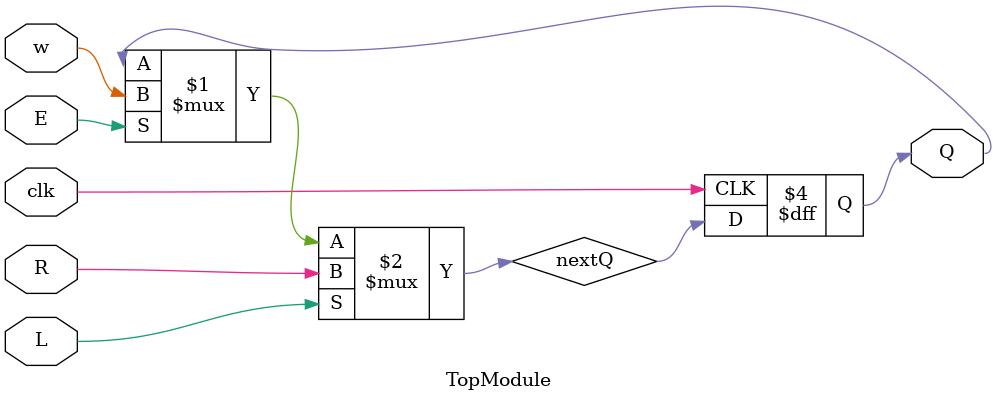
<source format=sv>


`timescale 1ns / 1ps

module TopModule (
    input  wire clk,   // clock
    input  wire w,     // serial input from previous stage
    input  wire R,     // data to load
    input  wire E,     // shift enable
    input  wire L,     // load enable
    output reg  Q      // stored value
);

    // ------------------------------------------------------------------
    //  Next‑state combinational logic (multiplexers)
    // ------------------------------------------------------------------
    //  nextQ = L ? R : (E ? w : Q)
    //  The priority order is:  L > E > hold
    wire nextQ;
    assign nextQ = L ? R : (E ? w : Q);

    // ------------------------------------------------------------------
    //  Flip‑flop – update Q on the rising edge of clk
    // ------------------------------------------------------------------
    always @(posedge clk) begin
        Q <= nextQ;
    end

endmodule

// VERILOG-EVAL: errant inclusion of module definition

</source>
